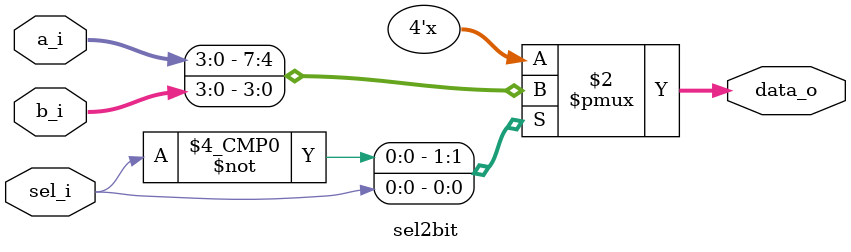
<source format=sv>
module top (
    input logic nickle_i,
    input logic reset_n,
    input logic dime_i,
    input logic quarter_i,
    input logic clk_i,
    output logic soda_o,
    output logic [2:0] change_o
);
logic [2:0] selInput;
logic [3:0] valueInput;
logic [3:0] currentMoneySel;
logic [3:0] currentMoney;
logic [3:0] nextMoney;
logic [3:0] change;
logic [3:0] changeTemp;
logic soda;
assign selInput = {quarter_i, dime_i, nickle_i};

inputDecode inputDecoderBlock (
    .sig_i(selInput),
    .sig_o(valueInput)
);

sel2bit selectionBlock0 (
    .sel_i(soda),
    .a_i(currentMoney),
    .b_i(4'd0),
    .data_o(currentMoneySel)
);

adder4bit adderBlock(
    .a_i(valueInput),
    .b_i(currentMoneySel),
    .s_o(nextMoney)
);

registerSet memoryMoneyBlock(
    .clk_i(clk_i),
    .reset_n(reset_n),
    .data_i(nextMoney),
    .data_o(currentMoney)
);

compare4 compareWith4Block (
    .data_i(currentMoney),
    .greater_o(soda)
);

adder4bit adderBlockUseForChange(
    .a_i(currentMoney),
    .b_i(4'b1100),
    .s_o(change)
);
sel2bit slectionForChangeBlock(
    .sel_i(soda),
    .a_i(4'd0),
    .b_i(change),
    .data_o(changeTemp)
);
assign soda_o = soda;
assign change_o[2:0] = changeTemp[2:0];
endmodule

module inputDecode(
    input logic [2:0] sig_i,
    output logic [3:0] sig_o
);
always @(*) begin
    case (sig_i)
        3'b000: begin 
            sig_o = 4'd0;
        end
        3'b001: begin 
            sig_o = 4'd1;
        end
        3'b010: begin 
            sig_o = 4'd2;
        end
        3'b100: begin 
            sig_o = 4'd5;
        end
        default: begin 
            sig_o = 4'd0;
        end
    endcase
end
endmodule 

module registerSet(
    input logic clk_i,
    input logic reset_n,
    input logic [3:0] data_i,
    output logic [3:0] data_o
);
always @(posedge clk_i or negedge reset_n) begin
    if(!reset_n) begin 
        data_o <= 4'd0;
    end else begin 
        data_o <= data_i;
    end
end
endmodule

module adder4bit(
    input logic [3:0] a_i,
    input logic [3:0] b_i,
    output logic [3:0] s_o
);
always @(*) begin
    s_o = a_i + b_i;
end
endmodule

module compare4(
    input logic [3:0] data_i,
    output logic greater_o
);
logic [3:0] bu1;
logic [3:0] temp;
assign bu1 = ~data_i + 4'd0;
always @(*) begin
    temp = 4'd4 + bu1;
end
assign greater_o = temp[3];
endmodule

module sel2bit(
    input logic sel_i,
    input logic [3:0] a_i,
    input logic [3:0] b_i,
    output logic [3:0] data_o
);
always @(*) begin
    case (sel_i)
        1'b0: begin 
            data_o = a_i;
        end 
        1'b1: begin 
            data_o = b_i;
        end
    endcase
end
endmodule
</source>
